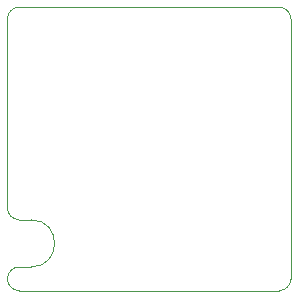
<source format=gbr>
%TF.GenerationSoftware,KiCad,Pcbnew,(5.1.6)-1*%
%TF.CreationDate,2021-08-06T10:58:57-04:00*%
%TF.ProjectId,RemoteTemp - MSP430 - RS422,52656d6f-7465-4546-956d-70202d204d53,rev?*%
%TF.SameCoordinates,Original*%
%TF.FileFunction,Profile,NP*%
%FSLAX46Y46*%
G04 Gerber Fmt 4.6, Leading zero omitted, Abs format (unit mm)*
G04 Created by KiCad (PCBNEW (5.1.6)-1) date 2021-08-06 10:58:57*
%MOMM*%
%LPD*%
G01*
G04 APERTURE LIST*
%TA.AperFunction,Profile*%
%ADD10C,0.050000*%
%TD*%
G04 APERTURE END LIST*
D10*
X156000000Y-106000000D02*
X156000000Y-105000000D01*
X154000000Y-107000000D02*
X155000000Y-107000000D01*
X156000000Y-106000000D02*
G75*
G02*
X155000000Y-107000000I-1000000J0D01*
G01*
X155000000Y-83000000D02*
X154000000Y-83000000D01*
X156000000Y-85000000D02*
X156000000Y-84000000D01*
X155000000Y-83000000D02*
G75*
G02*
X156000000Y-84000000I0J-1000000D01*
G01*
X133000000Y-83000000D02*
X134000000Y-83000000D01*
X132000000Y-85000000D02*
X132000000Y-84000000D01*
X132000000Y-84000000D02*
G75*
G02*
X133000000Y-83000000I1000000J0D01*
G01*
X133000000Y-101000000D02*
X134000000Y-101000000D01*
X133000000Y-105000000D02*
X134000000Y-105000000D01*
X133000000Y-107000000D02*
X134000000Y-107000000D01*
X133000000Y-101000000D02*
G75*
G02*
X132000000Y-100000000I0J1000000D01*
G01*
X134000000Y-101000000D02*
G75*
G02*
X134000000Y-105000000I0J-2000000D01*
G01*
X132000000Y-106000000D02*
G75*
G02*
X133000000Y-105000000I1000000J0D01*
G01*
X133000000Y-107000000D02*
G75*
G02*
X132000000Y-106000000I0J1000000D01*
G01*
X132000000Y-85000000D02*
X132000000Y-100000000D01*
X154000000Y-83000000D02*
X134000000Y-83000000D01*
X156000000Y-85000000D02*
X156000000Y-87000000D01*
X154000000Y-107000000D02*
X134000000Y-107000000D01*
X156000000Y-87000000D02*
X156000000Y-105000000D01*
M02*

</source>
